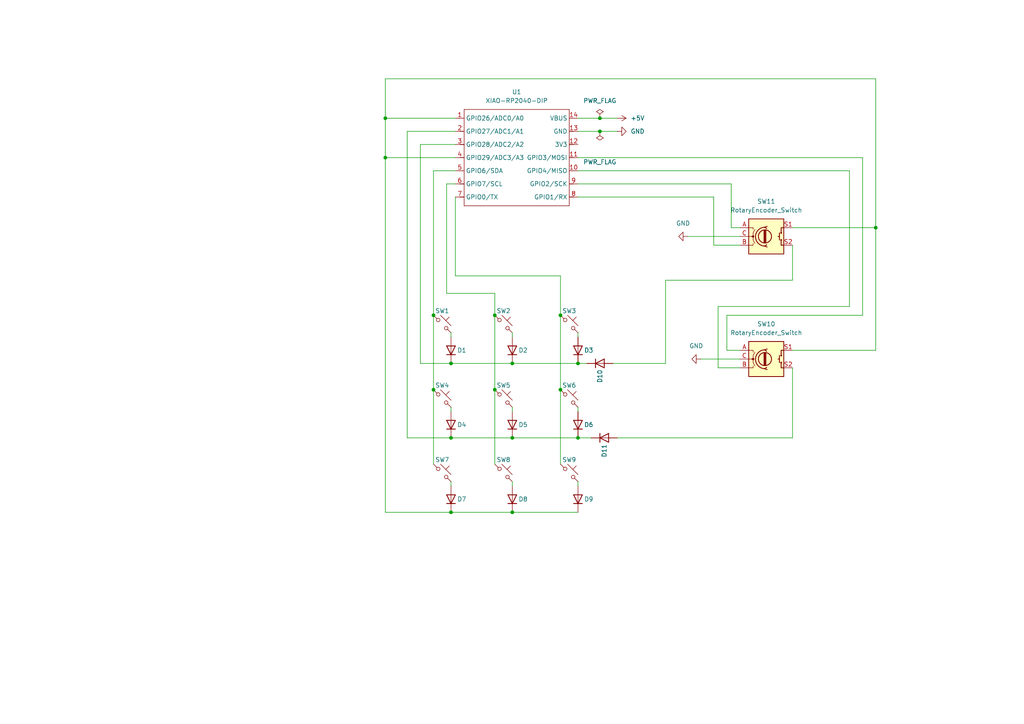
<source format=kicad_sch>
(kicad_sch (version 20250114) (generator "eeschema") (generator_version "9.0")
  (paper "A4")
  (lib_symbols
    (symbol "Device:RotaryEncoder_Switch" (pin_names (offset 0.254) (hide yes))
      (property "Reference" "SW" (at 0 6.604 0))
      (property "Value" "RotaryEncoder_Switch" (at 0 -6.604 0))
      (symbol "RotaryEncoder_Switch_0_1"
        (rectangle (start -5.08 5.08) (end 5.08 -5.08) (stroke (width 0.254)) (fill (type background)))
        (polyline (pts (xy -5.08 2.54) (xy -3.81 2.54) (xy -3.81 2.032)))
        (polyline (pts (xy -5.08 0) (xy -3.81 0) (xy -3.81 -1.016) (xy -3.302 -2.032)))
        (polyline (pts (xy -5.08 -2.54) (xy -3.81 -2.54) (xy -3.81 -2.032)))
        (polyline (pts (xy -4.318 0) (xy -3.81 0) (xy -3.81 1.016) (xy -3.302 2.032)))
        (circle (center -3.81 0) (radius 0.254) (fill (type outline)))
        (polyline (pts (xy -0.635 -1.778) (xy -0.635 1.778)) (stroke (width 0.254)))
        (circle (center -0.381 0) (radius 1.905) (stroke (width 0.254)))
        (polyline (pts (xy -0.381 -1.778) (xy -0.381 1.778)) (stroke (width 0.254)))
        (arc (start -0.381 -2.794) (mid -3.0988 -0.0635) (end -0.381 2.667) (stroke (width 0.254)))
        (polyline (pts (xy -0.127 1.778) (xy -0.127 -1.778)) (stroke (width 0.254)))
        (polyline (pts (xy 0.254 2.921) (xy -0.508 2.667) (xy 0.127 2.286)) (stroke (width 0.254)))
        (polyline (pts (xy 0.254 -3.048) (xy -0.508 -2.794) (xy 0.127 -2.413)) (stroke (width 0.254)))
        (polyline (pts (xy 3.81 1.016) (xy 3.81 -1.016)) (stroke (width 0.254)))
        (polyline (pts (xy 3.81 0) (xy 3.429 0)) (stroke (width 0.254)))
        (circle (center 4.318 1.016) (radius 0.127) (stroke (width 0.254)))
        (circle (center 4.318 -1.016) (radius 0.127) (stroke (width 0.254)))
        (polyline (pts (xy 5.08 2.54) (xy 4.318 2.54) (xy 4.318 1.016)) (stroke (width 0.254)))
        (polyline (pts (xy 5.08 -2.54) (xy 4.318 -2.54) (xy 4.318 -1.016)) (stroke (width 0.254)))
      )
      (symbol "RotaryEncoder_Switch_1_1"
        (pin passive line (at -7.62 2.54 0) (length 2.54) (name "A") (number "A"))
        (pin passive line (at -7.62 0 0) (length 2.54) (name "C") (number "C"))
        (pin passive line (at -7.62 -2.54 0) (length 2.54) (name "B") (number "B"))
        (pin passive line (at 7.62 2.54 180) (length 2.54) (name "S1") (number "S1"))
        (pin passive line (at 7.62 -2.54 180) (length 2.54) (name "S2") (number "S2"))
      )
    )
    (symbol "Diode:1N4148" (pin_numbers (hide yes)) (pin_names (hide yes))
      (property "Reference" "D" (at 0 2.54 0))
      (property "Value" "1N4148" (at 0 -2.54 0))
      (symbol "1N4148_0_1"
        (polyline (pts (xy -1.27 1.27) (xy -1.27 -1.27)) (stroke (width 0.254)))
        (polyline (pts (xy 1.27 1.27) (xy 1.27 -1.27) (xy -1.27 0) (xy 1.27 1.27)) (stroke (width 0.254)))
        (polyline (pts (xy 1.27 0) (xy -1.27 0)))
      )
      (symbol "1N4148_1_1"
        (pin passive line (at -3.81 0 0) (length 2.54) (name "K") (number "1"))
        (pin passive line (at 3.81 0 180) (length 2.54) (name "A") (number "2"))
      )
    )
    (symbol "Seeed_Studio_XIAO_Series:XIAO-RP2040-DIP"
      (property "Reference" "U" (at 0 0 0))
      (property "Value" "XIAO-RP2040-DIP" (at 5.334 -1.778 0))
      (symbol "XIAO-RP2040-DIP_1_0"
        (polyline (pts (xy -1.27 -2.54) (xy 29.21 -2.54)) (stroke (width 0.1524)))
        (polyline (pts (xy -1.27 -5.08) (xy -2.54 -5.08)) (stroke (width 0.1524)))
        (polyline (pts (xy -1.27 -5.08) (xy -1.27 -2.54)) (stroke (width 0.1524)))
        (polyline (pts (xy -1.27 -8.89) (xy -2.54 -8.89)) (stroke (width 0.1524)))
        (polyline (pts (xy -1.27 -8.89) (xy -1.27 -5.08)) (stroke (width 0.1524)))
        (polyline (pts (xy -1.27 -12.7) (xy -2.54 -12.7)) (stroke (width 0.1524)))
        (polyline (pts (xy -1.27 -12.7) (xy -1.27 -8.89)) (stroke (width 0.1524)))
        (polyline (pts (xy -1.27 -16.51) (xy -2.54 -16.51)) (stroke (width 0.1524)))
        (polyline (pts (xy -1.27 -16.51) (xy -1.27 -12.7)) (stroke (width 0.1524)))
        (polyline (pts (xy -1.27 -20.32) (xy -2.54 -20.32)) (stroke (width 0.1524)))
        (polyline (pts (xy -1.27 -24.13) (xy -2.54 -24.13)) (stroke (width 0.1524)))
        (polyline (pts (xy -1.27 -27.94) (xy -2.54 -27.94)) (stroke (width 0.1524)))
        (polyline (pts (xy -1.27 -30.48) (xy -1.27 -16.51)) (stroke (width 0.1524)))
        (polyline (pts (xy 29.21 -2.54) (xy 29.21 -5.08)) (stroke (width 0.1524)))
        (polyline (pts (xy 29.21 -5.08) (xy 29.21 -8.89)) (stroke (width 0.1524)))
        (polyline (pts (xy 29.21 -8.89) (xy 29.21 -12.7)) (stroke (width 0.1524)))
        (polyline (pts (xy 29.21 -12.7) (xy 29.21 -30.48)) (stroke (width 0.1524)))
        (polyline (pts (xy 29.21 -30.48) (xy -1.27 -30.48)) (stroke (width 0.1524)))
        (polyline (pts (xy 30.48 -5.08) (xy 29.21 -5.08)) (stroke (width 0.1524)))
        (polyline (pts (xy 30.48 -8.89) (xy 29.21 -8.89)) (stroke (width 0.1524)))
        (polyline (pts (xy 30.48 -12.7) (xy 29.21 -12.7)) (stroke (width 0.1524)))
        (polyline (pts (xy 30.48 -16.51) (xy 29.21 -16.51)) (stroke (width 0.1524)))
        (polyline (pts (xy 30.48 -20.32) (xy 29.21 -20.32)) (stroke (width 0.1524)))
        (polyline (pts (xy 30.48 -24.13) (xy 29.21 -24.13)) (stroke (width 0.1524)))
        (polyline (pts (xy 30.48 -27.94) (xy 29.21 -27.94)) (stroke (width 0.1524)))
        (pin passive line (at -3.81 -5.08 0) (length 2.54) (name "GPIO26/ADC0/A0") (number "1"))
        (pin passive line (at -3.81 -8.89 0) (length 2.54) (name "GPIO27/ADC1/A1") (number "2"))
        (pin passive line (at -3.81 -12.7 0) (length 2.54) (name "GPIO28/ADC2/A2") (number "3"))
        (pin passive line (at -3.81 -16.51 0) (length 2.54) (name "GPIO29/ADC3/A3") (number "4"))
        (pin passive line (at -3.81 -20.32 0) (length 2.54) (name "GPIO6/SDA") (number "5"))
        (pin passive line (at -3.81 -24.13 0) (length 2.54) (name "GPIO7/SCL") (number "6"))
        (pin passive line (at -3.81 -27.94 0) (length 2.54) (name "GPIO0/TX") (number "7"))
        (pin passive line (at 31.75 -5.08 180) (length 2.54) (name "VBUS") (number "14"))
        (pin passive line (at 31.75 -8.89 180) (length 2.54) (name "GND") (number "13"))
        (pin passive line (at 31.75 -12.7 180) (length 2.54) (name "3V3") (number "12"))
        (pin passive line (at 31.75 -16.51 180) (length 2.54) (name "GPIO3/MOSI") (number "11"))
        (pin passive line (at 31.75 -20.32 180) (length 2.54) (name "GPIO4/MISO") (number "10"))
        (pin passive line (at 31.75 -24.13 180) (length 2.54) (name "GPIO2/SCK") (number "9"))
        (pin passive line (at 31.75 -27.94 180) (length 2.54) (name "GPIO1/RX") (number "8"))
      )
    )
    (symbol "Switch:SW_Push_45deg" (pin_numbers (hide yes)) (pin_names (offset 1.016) (hide yes))
      (property "Reference" "SW" (at 3.048 1.016 0))
      (property "Value" "SW_Push_45deg" (at 0 -3.81 0))
      (symbol "SW_Push_45deg_0_1"
        (polyline (pts (xy -2.54 2.54) (xy -1.524 1.524) (xy -1.524 1.524)))
        (circle (center -1.1684 1.1684) (radius 0.508))
        (polyline (pts (xy -0.508 2.54) (xy 2.54 -0.508)))
        (polyline (pts (xy 1.016 1.016) (xy 2.032 2.032)))
        (circle (center 1.143 -1.1938) (radius 0.508))
        (polyline (pts (xy 1.524 -1.524) (xy 2.54 -2.54) (xy 2.54 -2.54) (xy 2.54 -2.54)))
        (pin passive line (at -2.54 2.54 0) (length 0) (name "1") (number "1"))
        (pin passive line (at 2.54 -2.54 180) (length 0) (name "2") (number "2"))
      )
    )
    (symbol "power:+5V" (power) (pin_numbers (hide yes)) (pin_names (offset 0) (hide yes))
      (property "Value" "+5V" (at 0 3.556 0))
      (symbol "+5V_0_1"
        (polyline (pts (xy -0.762 1.27) (xy 0 2.54)))
        (polyline (pts (xy 0 2.54) (xy 0.762 1.27)))
        (polyline (pts (xy 0 0) (xy 0 2.54)))
      )
      (symbol "+5V_1_1"
        (pin power_in line (at 0 0 90) (length 0) (name "~") (number "1"))
      )
    )
    (symbol "power:GND" (power) (pin_numbers (hide yes)) (pin_names (offset 0) (hide yes))
      (property "Value" "GND" (at 0 -3.81 0))
      (symbol "GND_0_1"
        (polyline (pts (xy 0 0) (xy 0 -1.27) (xy 1.27 -1.27) (xy 0 -2.54) (xy -1.27 -1.27) (xy 0 -1.27)))
      )
      (symbol "GND_1_1"
        (pin power_in line (at 0 0 270) (length 0) (name "~") (number "1"))
      )
    )
    (symbol "power:PWR_FLAG" (power) (pin_numbers (hide yes)) (pin_names (offset 0) (hide yes))
      (property "Value" "PWR_FLAG" (at 0 3.81 0))
      (symbol "PWR_FLAG_0_0"
        (pin power_out line (at 0 0 90) (length 0) (name "~") (number "1"))
      )
      (symbol "PWR_FLAG_0_1"
        (polyline (pts (xy 0 0) (xy 0 1.27) (xy -1.016 1.905) (xy 0 2.54) (xy 1.016 1.905) (xy 0 1.27)))
      )
    )
  )
  (junction (at 130.81 127))
  (junction (at 111.76 34.29))
  (junction (at 143.51 91.44))
  (junction (at 125.73 91.44))
  (junction (at 167.64 127))
  (junction (at 111.76 45.72))
  (junction (at 162.56 91.44))
  (junction (at 148.59 127))
  (junction (at 125.73 113.03))
  (junction (at 130.81 105.41))
  (junction (at 173.99 34.29))
  (junction (at 143.51 113.03))
  (junction (at 173.99 38.1))
  (junction (at 148.59 105.41))
  (junction (at 162.56 113.03))
  (junction (at 167.64 105.41))
  (junction (at 254 66.04))
  (junction (at 130.81 148.59))
  (junction (at 148.59 148.59))
  (wire (pts (xy 162.56 80.01) (xy 132.08 80.01)))
  (wire (pts (xy 130.81 118.11) (xy 130.81 119.38)))
  (wire (pts (xy 210.82 101.6) (xy 210.82 91.44)))
  (wire (pts (xy 130.81 148.59) (xy 148.59 148.59)))
  (wire (pts (xy 246.38 49.53) (xy 246.38 88.9)))
  (wire (pts (xy 121.92 105.41) (xy 121.92 41.91)))
  (wire (pts (xy 229.87 127) (xy 179.07 127)))
  (wire (pts (xy 167.64 127) (xy 171.45 127)))
  (wire (pts (xy 208.28 88.9) (xy 246.38 88.9)))
  (wire (pts (xy 111.76 45.72) (xy 132.08 45.72)))
  (wire (pts (xy 129.54 53.34) (xy 132.08 53.34)))
  (wire (pts (xy 167.64 53.34) (xy 212.09 53.34)))
  (wire (pts (xy 162.56 113.03) (xy 162.56 134.62)))
  (wire (pts (xy 193.04 81.28) (xy 193.04 105.41)))
  (wire (pts (xy 130.81 127) (xy 118.11 127)))
  (wire (pts (xy 162.56 91.44) (xy 162.56 113.03)))
  (wire (pts (xy 167.64 38.1) (xy 173.99 38.1)))
  (wire (pts (xy 148.59 139.7) (xy 148.59 140.97)))
  (wire (pts (xy 229.87 106.68) (xy 229.87 127)))
  (wire (pts (xy 148.59 148.59) (xy 167.64 148.59)))
  (wire (pts (xy 129.54 85.09) (xy 129.54 53.34)))
  (wire (pts (xy 193.04 81.28) (xy 229.87 81.28)))
  (wire (pts (xy 125.73 91.44) (xy 125.73 49.53)))
  (wire (pts (xy 143.51 91.44) (xy 143.51 113.03)))
  (wire (pts (xy 118.11 127) (xy 118.11 38.1)))
  (wire (pts (xy 111.76 22.86) (xy 111.76 34.29)))
  (wire (pts (xy 130.81 96.52) (xy 130.81 97.79)))
  (wire (pts (xy 130.81 127) (xy 148.59 127)))
  (wire (pts (xy 130.81 105.41) (xy 148.59 105.41)))
  (wire (pts (xy 125.73 49.53) (xy 132.08 49.53)))
  (wire (pts (xy 167.64 34.29) (xy 173.99 34.29)))
  (wire (pts (xy 132.08 57.15) (xy 132.08 80.01)))
  (wire (pts (xy 148.59 127) (xy 167.64 127)))
  (wire (pts (xy 167.64 96.52) (xy 167.64 97.79)))
  (wire (pts (xy 254 101.6) (xy 254 66.04)))
  (wire (pts (xy 143.51 85.09) (xy 129.54 85.09)))
  (wire (pts (xy 229.87 66.04) (xy 254 66.04)))
  (wire (pts (xy 212.09 66.04) (xy 212.09 53.34)))
  (wire (pts (xy 210.82 91.44) (xy 250.19 91.44)))
  (wire (pts (xy 254 66.04) (xy 254 22.86)))
  (wire (pts (xy 214.63 106.68) (xy 208.28 106.68)))
  (wire (pts (xy 125.73 91.44) (xy 125.73 113.03)))
  (wire (pts (xy 229.87 81.28) (xy 229.87 71.12)))
  (wire (pts (xy 118.11 38.1) (xy 132.08 38.1)))
  (wire (pts (xy 111.76 148.59) (xy 111.76 45.72)))
  (wire (pts (xy 167.64 57.15) (xy 207.01 57.15)))
  (wire (pts (xy 130.81 105.41) (xy 121.92 105.41)))
  (wire (pts (xy 167.64 45.72) (xy 250.19 45.72)))
  (wire (pts (xy 212.09 66.04) (xy 214.63 66.04)))
  (wire (pts (xy 167.64 139.7) (xy 167.64 140.97)))
  (wire (pts (xy 208.28 106.68) (xy 208.28 88.9)))
  (wire (pts (xy 167.64 105.41) (xy 170.18 105.41)))
  (wire (pts (xy 193.04 105.41) (xy 177.8 105.41)))
  (wire (pts (xy 143.51 113.03) (xy 143.51 134.62)))
  (wire (pts (xy 207.01 71.12) (xy 207.01 57.15)))
  (wire (pts (xy 162.56 80.01) (xy 162.56 91.44)))
  (wire (pts (xy 143.51 91.44) (xy 143.51 85.09)))
  (wire (pts (xy 111.76 34.29) (xy 132.08 34.29)))
  (wire (pts (xy 148.59 96.52) (xy 148.59 97.79)))
  (wire (pts (xy 148.59 118.11) (xy 148.59 119.38)))
  (wire (pts (xy 125.73 113.03) (xy 125.73 134.62)))
  (wire (pts (xy 207.01 71.12) (xy 214.63 71.12)))
  (wire (pts (xy 130.81 139.7) (xy 130.81 140.97)))
  (wire (pts (xy 173.99 38.1) (xy 179.07 38.1)))
  (wire (pts (xy 214.63 101.6) (xy 210.82 101.6)))
  (wire (pts (xy 214.63 104.14) (xy 203.2 104.14)))
  (wire (pts (xy 254 22.86) (xy 111.76 22.86)))
  (wire (pts (xy 214.63 68.58) (xy 199.39 68.58)))
  (wire (pts (xy 250.19 45.72) (xy 250.19 91.44)))
  (wire (pts (xy 229.87 101.6) (xy 254 101.6)))
  (wire (pts (xy 167.64 49.53) (xy 246.38 49.53)))
  (wire (pts (xy 173.99 34.29) (xy 179.07 34.29)))
  (wire (pts (xy 121.92 41.91) (xy 132.08 41.91)))
  (wire (pts (xy 130.81 148.59) (xy 111.76 148.59)))
  (wire (pts (xy 111.76 45.72) (xy 111.76 34.29)))
  (wire (pts (xy 167.64 118.11) (xy 167.64 119.38)))
  (wire (pts (xy 148.59 105.41) (xy 167.64 105.41)))
  (symbol (lib_id "Diode:1N4148") (at 130.81 101.6 90) (unit 1)
    (property "Reference" "D1" (at 132.588 101.6 90) (effects (justify right)))
    (property "Value" "1N4148" (effects (hide yes)))
    (property "Footprint" "Diode_THT:D_DO-35_SOD27_P7.62mm_Horizontal" (effects (hide yes)))
    (property "Datasheet" "https://assets.nexperia.com/documents/data-sheet/1N4148_1N4448.pdf" (effects (hide yes)))
    (property "Description" "100V 0.15A standard switching diode, DO-35" (effects (hide yes)))
    (property "Sim.Device" "D" (effects (hide yes)))
    (property "Sim.Pins" "1=K 2=A" (effects (hide yes)))
  )
  (symbol (lib_id "power:PWR_FLAG") (at 173.99 38.1 180) (unit 1)
    (property "Reference" "#FLG02" (effects (hide yes)))
    (property "Value" "PWR_FLAG" (at 173.99 46.99 0))
    (property "Description" "Special symbol for telling ERC where power comes from" (effects (hide yes)))
  )
  (symbol (lib_id "Switch:SW_Push_45deg") (at 146.05 137.16 0) (unit 1)
    (property "Reference" "SW8" (at 146.05 133.35 0))
    (property "Value" "SW_Push_45deg" (effects (hide yes)))
    (property "Footprint" "Button_Switch_Keyboard:SW_Cherry_MX_1.00u_PCB" (effects (hide yes)))
    (property "Description" "Push button switch, normally open, two pins, 45° tilted" (effects (hide yes)))
  )
  (symbol (lib_id "Device:RotaryEncoder_Switch") (at 222.25 68.58 0) (unit 1)
    (property "Reference" "SW11" (at 222.25 58.42 0))
    (property "Value" "RotaryEncoder_Switch" (at 222.25 60.96 0))
    (property "Footprint" "Rotary_Encoder:RotaryEncoder_Alps_EC11E-Switch_Vertical_H20mm" (effects (hide yes)))
    (property "Description" "Rotary encoder, dual channel, incremental quadrate outputs, with switch" (effects (hide yes)))
  )
  (symbol (lib_id "Diode:1N4148") (at 148.59 144.78 90) (unit 1)
    (property "Reference" "D8" (at 150.368 144.78 90) (effects (justify right)))
    (property "Value" "1N4148" (effects (hide yes)))
    (property "Footprint" "Diode_THT:D_DO-35_SOD27_P7.62mm_Horizontal" (effects (hide yes)))
    (property "Datasheet" "https://assets.nexperia.com/documents/data-sheet/1N4148_1N4448.pdf" (effects (hide yes)))
    (property "Description" "100V 0.15A standard switching diode, DO-35" (effects (hide yes)))
    (property "Sim.Device" "D" (effects (hide yes)))
    (property "Sim.Pins" "1=K 2=A" (effects (hide yes)))
  )
  (symbol (lib_id "Diode:1N4148") (at 173.99 105.41 0) (unit 1)
    (property "Reference" "D10" (at 173.99 107.188 90) (effects (justify right)))
    (property "Value" "1N4148" (effects (hide yes)))
    (property "Footprint" "Diode_THT:D_DO-35_SOD27_P7.62mm_Horizontal" (effects (hide yes)))
    (property "Datasheet" "https://assets.nexperia.com/documents/data-sheet/1N4148_1N4448.pdf" (effects (hide yes)))
    (property "Description" "100V 0.15A standard switching diode, DO-35" (effects (hide yes)))
    (property "Sim.Device" "D" (effects (hide yes)))
    (property "Sim.Pins" "1=K 2=A" (effects (hide yes)))
  )
  (symbol (lib_id "power:GND") (at 179.07 38.1 90) (unit 1)
    (property "Reference" "#PWR01" (effects (hide yes)))
    (property "Value" "GND" (at 182.88 38.0999 90) (effects (justify right)))
    (property "Description" "Power symbol creates a global label with name \"GND\" , ground" (effects (hide yes)))
  )
  (symbol (lib_id "Switch:SW_Push_45deg") (at 146.05 115.57 0) (unit 1)
    (property "Reference" "SW5" (at 146.05 111.76 0))
    (property "Value" "SW_Push_45deg" (effects (hide yes)))
    (property "Footprint" "Button_Switch_Keyboard:SW_Cherry_MX_1.00u_PCB" (effects (hide yes)))
    (property "Description" "Push button switch, normally open, two pins, 45° tilted" (effects (hide yes)))
  )
  (symbol (lib_id "Switch:SW_Push_45deg") (at 146.05 93.98 0) (unit 1)
    (property "Reference" "SW2" (at 146.05 90.17 0))
    (property "Value" "SW_Push_45deg" (effects (hide yes)))
    (property "Footprint" "Button_Switch_Keyboard:SW_Cherry_MX_1.00u_PCB" (effects (hide yes)))
    (property "Description" "Push button switch, normally open, two pins, 45° tilted" (effects (hide yes)))
  )
  (symbol (lib_id "Switch:SW_Push_45deg") (at 128.27 115.57 0) (unit 1)
    (property "Reference" "SW4" (at 128.27 111.76 0))
    (property "Value" "SW_Push_45deg" (effects (hide yes)))
    (property "Footprint" "Button_Switch_Keyboard:SW_Cherry_MX_1.00u_PCB" (effects (hide yes)))
    (property "Description" "Push button switch, normally open, two pins, 45° tilted" (effects (hide yes)))
  )
  (symbol (lib_id "Switch:SW_Push_45deg") (at 128.27 137.16 0) (unit 1)
    (property "Reference" "SW7" (at 128.27 133.35 0))
    (property "Value" "SW_Push_45deg" (effects (hide yes)))
    (property "Footprint" "Button_Switch_Keyboard:SW_Cherry_MX_1.00u_PCB" (effects (hide yes)))
    (property "Description" "Push button switch, normally open, two pins, 45° tilted" (effects (hide yes)))
  )
  (symbol (lib_id "Switch:SW_Push_45deg") (at 165.1 137.16 0) (unit 1)
    (property "Reference" "SW9" (at 165.1 133.35 0))
    (property "Value" "SW_Push_45deg" (effects (hide yes)))
    (property "Footprint" "Button_Switch_Keyboard:SW_Cherry_MX_1.00u_PCB" (effects (hide yes)))
    (property "Description" "Push button switch, normally open, two pins, 45° tilted" (effects (hide yes)))
  )
  (symbol (lib_id "Diode:1N4148") (at 148.59 123.19 90) (unit 1)
    (property "Reference" "D5" (at 150.368 123.19 90) (effects (justify right)))
    (property "Value" "1N4148" (effects (hide yes)))
    (property "Footprint" "Diode_THT:D_DO-35_SOD27_P7.62mm_Horizontal" (effects (hide yes)))
    (property "Datasheet" "https://assets.nexperia.com/documents/data-sheet/1N4148_1N4448.pdf" (effects (hide yes)))
    (property "Description" "100V 0.15A standard switching diode, DO-35" (effects (hide yes)))
    (property "Sim.Device" "D" (effects (hide yes)))
    (property "Sim.Pins" "1=K 2=A" (effects (hide yes)))
  )
  (symbol (lib_id "Seeed_Studio_XIAO_Series:XIAO-RP2040-DIP") (at 135.89 29.21 0) (unit 1)
    (property "Reference" "U1" (at 149.86 26.67 0))
    (property "Value" "XIAO-RP2040-DIP" (at 149.86 29.21 0))
    (property "Footprint" "OPL:XIAO-RP2040-DIP" (effects (hide yes)))
  )
  (symbol (lib_id "Diode:1N4148") (at 167.64 144.78 90) (unit 1)
    (property "Reference" "D9" (at 169.418 144.78 90) (effects (justify right)))
    (property "Value" "1N4148" (effects (hide yes)))
    (property "Footprint" "Diode_THT:D_DO-35_SOD27_P7.62mm_Horizontal" (effects (hide yes)))
    (property "Datasheet" "https://assets.nexperia.com/documents/data-sheet/1N4148_1N4448.pdf" (effects (hide yes)))
    (property "Description" "100V 0.15A standard switching diode, DO-35" (effects (hide yes)))
    (property "Sim.Device" "D" (effects (hide yes)))
    (property "Sim.Pins" "1=K 2=A" (effects (hide yes)))
  )
  (symbol (lib_id "Diode:1N4148") (at 130.81 123.19 90) (unit 1)
    (property "Reference" "D4" (at 132.588 123.19 90) (effects (justify right)))
    (property "Value" "1N4148" (effects (hide yes)))
    (property "Footprint" "Diode_THT:D_DO-35_SOD27_P7.62mm_Horizontal" (effects (hide yes)))
    (property "Datasheet" "https://assets.nexperia.com/documents/data-sheet/1N4148_1N4448.pdf" (effects (hide yes)))
    (property "Description" "100V 0.15A standard switching diode, DO-35" (effects (hide yes)))
    (property "Sim.Device" "D" (effects (hide yes)))
    (property "Sim.Pins" "1=K 2=A" (effects (hide yes)))
  )
  (symbol (lib_id "power:GND") (at 203.2 104.14 270) (unit 1)
    (property "Reference" "#PWR07" (effects (hide yes)))
    (property "Value" "GND" (at 201.93 100.33 90))
    (property "Description" "Power symbol creates a global label with name \"GND\" , ground" (effects (hide yes)))
  )
  (symbol (lib_id "Diode:1N4148") (at 130.81 144.78 90) (unit 1)
    (property "Reference" "D7" (at 132.588 144.78 90) (effects (justify right)))
    (property "Value" "1N4148" (effects (hide yes)))
    (property "Footprint" "Diode_THT:D_DO-35_SOD27_P7.62mm_Horizontal" (effects (hide yes)))
    (property "Datasheet" "https://assets.nexperia.com/documents/data-sheet/1N4148_1N4448.pdf" (effects (hide yes)))
    (property "Description" "100V 0.15A standard switching diode, DO-35" (effects (hide yes)))
    (property "Sim.Device" "D" (effects (hide yes)))
    (property "Sim.Pins" "1=K 2=A" (effects (hide yes)))
  )
  (symbol (lib_id "Diode:1N4148") (at 175.26 127 0) (unit 1)
    (property "Reference" "D11" (at 175.26 128.778 90) (effects (justify right)))
    (property "Value" "1N4148" (effects (hide yes)))
    (property "Footprint" "Diode_THT:D_DO-35_SOD27_P7.62mm_Horizontal" (effects (hide yes)))
    (property "Datasheet" "https://assets.nexperia.com/documents/data-sheet/1N4148_1N4448.pdf" (effects (hide yes)))
    (property "Description" "100V 0.15A standard switching diode, DO-35" (effects (hide yes)))
    (property "Sim.Device" "D" (effects (hide yes)))
    (property "Sim.Pins" "1=K 2=A" (effects (hide yes)))
  )
  (symbol (lib_id "Diode:1N4148") (at 167.64 101.6 90) (unit 1)
    (property "Reference" "D3" (at 169.418 101.6 90) (effects (justify right)))
    (property "Value" "1N4148" (effects (hide yes)))
    (property "Footprint" "Diode_THT:D_DO-35_SOD27_P7.62mm_Horizontal" (effects (hide yes)))
    (property "Datasheet" "https://assets.nexperia.com/documents/data-sheet/1N4148_1N4448.pdf" (effects (hide yes)))
    (property "Description" "100V 0.15A standard switching diode, DO-35" (effects (hide yes)))
    (property "Sim.Device" "D" (effects (hide yes)))
    (property "Sim.Pins" "1=K 2=A" (effects (hide yes)))
  )
  (symbol (lib_id "Diode:1N4148") (at 167.64 123.19 90) (unit 1)
    (property "Reference" "D6" (at 169.418 123.19 90) (effects (justify right)))
    (property "Value" "1N4148" (effects (hide yes)))
    (property "Footprint" "Diode_THT:D_DO-35_SOD27_P7.62mm_Horizontal" (effects (hide yes)))
    (property "Datasheet" "https://assets.nexperia.com/documents/data-sheet/1N4148_1N4448.pdf" (effects (hide yes)))
    (property "Description" "100V 0.15A standard switching diode, DO-35" (effects (hide yes)))
    (property "Sim.Device" "D" (effects (hide yes)))
    (property "Sim.Pins" "1=K 2=A" (effects (hide yes)))
  )
  (symbol (lib_id "power:GND") (at 199.39 68.58 270) (unit 1)
    (property "Reference" "#PWR012" (effects (hide yes)))
    (property "Value" "GND" (at 198.12 64.77 90))
    (property "Description" "Power symbol creates a global label with name \"GND\" , ground" (effects (hide yes)))
  )
  (symbol (lib_id "power:PWR_FLAG") (at 173.99 34.29 0) (unit 1)
    (property "Reference" "#FLG01" (effects (hide yes)))
    (property "Value" "PWR_FLAG" (at 173.99 29.21 0))
    (property "Description" "Special symbol for telling ERC where power comes from" (effects (hide yes)))
  )
  (symbol (lib_id "Switch:SW_Push_45deg") (at 165.1 115.57 0) (unit 1)
    (property "Reference" "SW6" (at 165.1 111.76 0))
    (property "Value" "SW_Push_45deg" (effects (hide yes)))
    (property "Footprint" "Button_Switch_Keyboard:SW_Cherry_MX_1.00u_PCB" (effects (hide yes)))
    (property "Description" "Push button switch, normally open, two pins, 45° tilted" (effects (hide yes)))
  )
  (symbol (lib_id "Switch:SW_Push_45deg") (at 165.1 93.98 0) (unit 1)
    (property "Reference" "SW3" (at 165.1 90.17 0))
    (property "Value" "SW_Push_45deg" (effects (hide yes)))
    (property "Footprint" "Button_Switch_Keyboard:SW_Cherry_MX_1.00u_PCB" (effects (hide yes)))
    (property "Description" "Push button switch, normally open, two pins, 45° tilted" (effects (hide yes)))
  )
  (symbol (lib_id "Device:RotaryEncoder_Switch") (at 222.25 104.14 0) (unit 1)
    (property "Reference" "SW10" (at 222.25 93.98 0))
    (property "Value" "RotaryEncoder_Switch" (at 222.25 96.52 0))
    (property "Footprint" "Rotary_Encoder:RotaryEncoder_Alps_EC11E-Switch_Vertical_H20mm" (effects (hide yes)))
    (property "Description" "Rotary encoder, dual channel, incremental quadrate outputs, with switch" (effects (hide yes)))
  )
  (symbol (lib_id "power:+5V") (at 179.07 34.29 270) (unit 1)
    (property "Reference" "#PWR02" (effects (hide yes)))
    (property "Value" "+5V" (at 182.88 34.2899 90) (effects (justify left)))
    (property "Description" "Power symbol creates a global label with name \"+5V\"" (effects (hide yes)))
  )
  (symbol (lib_id "Diode:1N4148") (at 148.59 101.6 90) (unit 1)
    (property "Reference" "D2" (at 150.368 101.6 90) (effects (justify right)))
    (property "Value" "1N4148" (effects (hide yes)))
    (property "Footprint" "Diode_THT:D_DO-35_SOD27_P7.62mm_Horizontal" (effects (hide yes)))
    (property "Datasheet" "https://assets.nexperia.com/documents/data-sheet/1N4148_1N4448.pdf" (effects (hide yes)))
    (property "Description" "100V 0.15A standard switching diode, DO-35" (effects (hide yes)))
    (property "Sim.Device" "D" (effects (hide yes)))
    (property "Sim.Pins" "1=K 2=A" (effects (hide yes)))
  )
  (symbol (lib_id "Switch:SW_Push_45deg") (at 128.27 93.98 0) (unit 1)
    (property "Reference" "SW1" (at 128.27 90.17 0))
    (property "Value" "SW_Push_45deg" (effects (hide yes)))
    (property "Footprint" "Button_Switch_Keyboard:SW_Cherry_MX_1.00u_PCB" (effects (hide yes)))
    (property "Description" "Push button switch, normally open, two pins, 45° tilted" (effects (hide yes)))
  )
)
</source>
